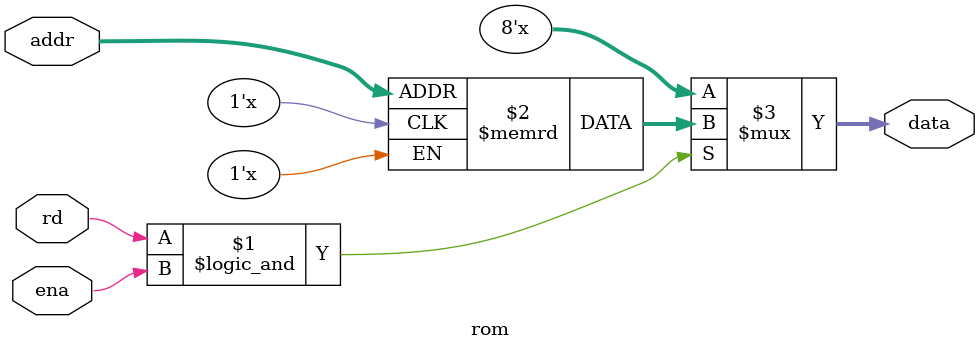
<source format=v>
module rom(
    input       [12:0]  addr,
    input               ena,
    input               rd,
    output wire [7:0]   data
);

    reg [7:0] rom[13'h17ff:0];

    assign data = (rd && ena) ? rom[addr] : 8'hzz;

endmodule

</source>
